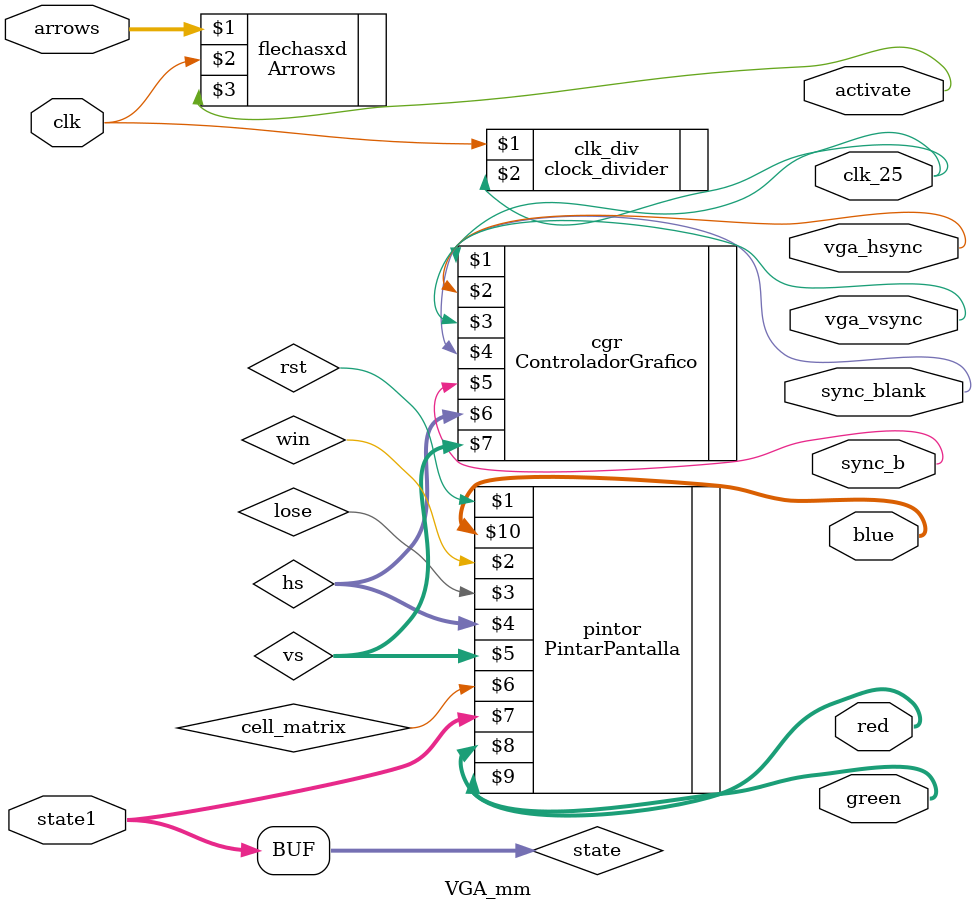
<source format=sv>
module VGA_mm
(

	input logic clk,
	//input logic rst,
	//input logic win,lose,
	//input logic [63:0][5:0] cell_matrix,
	input logic [3:0] state1,
	input logic [3:0] arrows,
	output logic vga_hsync,vga_vsync,sync_blank,sync_b,
	output logic [7:0]red,green,blue,
	output logic clk_25,
	output logic activate
);
	logic [3:0] state;

	always_comb begin
		state = state1;
	end

	logic [9:0]hs;
	logic [9:0]vs;

	Arrows flechasxd(arrows,clk,activate);
	
	clock_divider clk_div(clk,clk_25);
			
	ControladorGrafico cgr(clk_25,vga_hsync,vga_vsync,sync_blank,sync_b,hs,vs);

	PintarPantalla pintor(rst,win,lose,hs,vs,cell_matrix,state,red,green,blue);


endmodule
</source>
